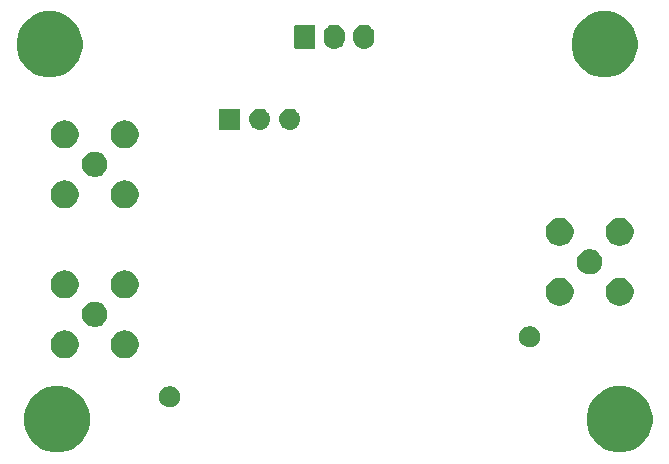
<source format=gbr>
G04 #@! TF.GenerationSoftware,KiCad,Pcbnew,(5.1.2)-2*
G04 #@! TF.CreationDate,2019-07-08T11:26:54+08:00*
G04 #@! TF.ProjectId,eval-board-ADA4817-1,6576616c-2d62-46f6-9172-642d41444134,rev?*
G04 #@! TF.SameCoordinates,Original*
G04 #@! TF.FileFunction,Soldermask,Bot*
G04 #@! TF.FilePolarity,Negative*
%FSLAX46Y46*%
G04 Gerber Fmt 4.6, Leading zero omitted, Abs format (unit mm)*
G04 Created by KiCad (PCBNEW (5.1.2)-2) date 2019-07-08 11:26:54*
%MOMM*%
%LPD*%
G04 APERTURE LIST*
%ADD10C,0.100000*%
G04 APERTURE END LIST*
D10*
G36*
X170362021Y-133196640D02*
G01*
X170871769Y-133407785D01*
X170871771Y-133407786D01*
X171330534Y-133714321D01*
X171720679Y-134104466D01*
X172027214Y-134563229D01*
X172027215Y-134563231D01*
X172238360Y-135072979D01*
X172346000Y-135614124D01*
X172346000Y-136165876D01*
X172238360Y-136707021D01*
X172027215Y-137216769D01*
X172027214Y-137216771D01*
X171720679Y-137675534D01*
X171330534Y-138065679D01*
X170871771Y-138372214D01*
X170871770Y-138372215D01*
X170871769Y-138372215D01*
X170362021Y-138583360D01*
X169820876Y-138691000D01*
X169269124Y-138691000D01*
X168727979Y-138583360D01*
X168218231Y-138372215D01*
X168218230Y-138372215D01*
X168218229Y-138372214D01*
X167759466Y-138065679D01*
X167369321Y-137675534D01*
X167062786Y-137216771D01*
X167062785Y-137216769D01*
X166851640Y-136707021D01*
X166744000Y-136165876D01*
X166744000Y-135614124D01*
X166851640Y-135072979D01*
X167062785Y-134563231D01*
X167062786Y-134563229D01*
X167369321Y-134104466D01*
X167759466Y-133714321D01*
X168218229Y-133407786D01*
X168218231Y-133407785D01*
X168727979Y-133196640D01*
X169269124Y-133089000D01*
X169820876Y-133089000D01*
X170362021Y-133196640D01*
X170362021Y-133196640D01*
G37*
G36*
X122737021Y-133196640D02*
G01*
X123246769Y-133407785D01*
X123246771Y-133407786D01*
X123705534Y-133714321D01*
X124095679Y-134104466D01*
X124402214Y-134563229D01*
X124402215Y-134563231D01*
X124613360Y-135072979D01*
X124721000Y-135614124D01*
X124721000Y-136165876D01*
X124613360Y-136707021D01*
X124402215Y-137216769D01*
X124402214Y-137216771D01*
X124095679Y-137675534D01*
X123705534Y-138065679D01*
X123246771Y-138372214D01*
X123246770Y-138372215D01*
X123246769Y-138372215D01*
X122737021Y-138583360D01*
X122195876Y-138691000D01*
X121644124Y-138691000D01*
X121102979Y-138583360D01*
X120593231Y-138372215D01*
X120593230Y-138372215D01*
X120593229Y-138372214D01*
X120134466Y-138065679D01*
X119744321Y-137675534D01*
X119437786Y-137216771D01*
X119437785Y-137216769D01*
X119226640Y-136707021D01*
X119119000Y-136165876D01*
X119119000Y-135614124D01*
X119226640Y-135072979D01*
X119437785Y-134563231D01*
X119437786Y-134563229D01*
X119744321Y-134104466D01*
X120134466Y-133714321D01*
X120593229Y-133407786D01*
X120593231Y-133407785D01*
X121102979Y-133196640D01*
X121644124Y-133089000D01*
X122195876Y-133089000D01*
X122737021Y-133196640D01*
X122737021Y-133196640D01*
G37*
G36*
X131558512Y-133088927D02*
G01*
X131707812Y-133118624D01*
X131871784Y-133186544D01*
X132019354Y-133285147D01*
X132144853Y-133410646D01*
X132243456Y-133558216D01*
X132311376Y-133722188D01*
X132346000Y-133896259D01*
X132346000Y-134073741D01*
X132311376Y-134247812D01*
X132243456Y-134411784D01*
X132144853Y-134559354D01*
X132019354Y-134684853D01*
X131871784Y-134783456D01*
X131707812Y-134851376D01*
X131558512Y-134881073D01*
X131533742Y-134886000D01*
X131356258Y-134886000D01*
X131331488Y-134881073D01*
X131182188Y-134851376D01*
X131018216Y-134783456D01*
X130870646Y-134684853D01*
X130745147Y-134559354D01*
X130646544Y-134411784D01*
X130578624Y-134247812D01*
X130544000Y-134073741D01*
X130544000Y-133896259D01*
X130578624Y-133722188D01*
X130646544Y-133558216D01*
X130745147Y-133410646D01*
X130870646Y-133285147D01*
X131018216Y-133186544D01*
X131182188Y-133118624D01*
X131331488Y-133088927D01*
X131356258Y-133084000D01*
X131533742Y-133084000D01*
X131558512Y-133088927D01*
X131558512Y-133088927D01*
G37*
G36*
X122746560Y-128379064D02*
G01*
X122898027Y-128409193D01*
X123112045Y-128497842D01*
X123112046Y-128497843D01*
X123304654Y-128626539D01*
X123468461Y-128790346D01*
X123485775Y-128816259D01*
X123597158Y-128982955D01*
X123685807Y-129196973D01*
X123731000Y-129424174D01*
X123731000Y-129655826D01*
X123685807Y-129883027D01*
X123597158Y-130097045D01*
X123597157Y-130097046D01*
X123468461Y-130289654D01*
X123304654Y-130453461D01*
X123176249Y-130539258D01*
X123112045Y-130582158D01*
X122898027Y-130670807D01*
X122746560Y-130700936D01*
X122670827Y-130716000D01*
X122439173Y-130716000D01*
X122363440Y-130700936D01*
X122211973Y-130670807D01*
X121997955Y-130582158D01*
X121933751Y-130539258D01*
X121805346Y-130453461D01*
X121641539Y-130289654D01*
X121512843Y-130097046D01*
X121512842Y-130097045D01*
X121424193Y-129883027D01*
X121379000Y-129655826D01*
X121379000Y-129424174D01*
X121424193Y-129196973D01*
X121512842Y-128982955D01*
X121624225Y-128816259D01*
X121641539Y-128790346D01*
X121805346Y-128626539D01*
X121997954Y-128497843D01*
X121997955Y-128497842D01*
X122211973Y-128409193D01*
X122363440Y-128379064D01*
X122439173Y-128364000D01*
X122670827Y-128364000D01*
X122746560Y-128379064D01*
X122746560Y-128379064D01*
G37*
G36*
X127826560Y-128379064D02*
G01*
X127978027Y-128409193D01*
X128192045Y-128497842D01*
X128192046Y-128497843D01*
X128384654Y-128626539D01*
X128548461Y-128790346D01*
X128565775Y-128816259D01*
X128677158Y-128982955D01*
X128765807Y-129196973D01*
X128811000Y-129424174D01*
X128811000Y-129655826D01*
X128765807Y-129883027D01*
X128677158Y-130097045D01*
X128677157Y-130097046D01*
X128548461Y-130289654D01*
X128384654Y-130453461D01*
X128256249Y-130539258D01*
X128192045Y-130582158D01*
X127978027Y-130670807D01*
X127826560Y-130700936D01*
X127750827Y-130716000D01*
X127519173Y-130716000D01*
X127443440Y-130700936D01*
X127291973Y-130670807D01*
X127077955Y-130582158D01*
X127013751Y-130539258D01*
X126885346Y-130453461D01*
X126721539Y-130289654D01*
X126592843Y-130097046D01*
X126592842Y-130097045D01*
X126504193Y-129883027D01*
X126459000Y-129655826D01*
X126459000Y-129424174D01*
X126504193Y-129196973D01*
X126592842Y-128982955D01*
X126704225Y-128816259D01*
X126721539Y-128790346D01*
X126885346Y-128626539D01*
X127077954Y-128497843D01*
X127077955Y-128497842D01*
X127291973Y-128409193D01*
X127443440Y-128379064D01*
X127519173Y-128364000D01*
X127750827Y-128364000D01*
X127826560Y-128379064D01*
X127826560Y-128379064D01*
G37*
G36*
X162038512Y-128008927D02*
G01*
X162187812Y-128038624D01*
X162351784Y-128106544D01*
X162499354Y-128205147D01*
X162624853Y-128330646D01*
X162723456Y-128478216D01*
X162791376Y-128642188D01*
X162826000Y-128816259D01*
X162826000Y-128993741D01*
X162791376Y-129167812D01*
X162723456Y-129331784D01*
X162624853Y-129479354D01*
X162499354Y-129604853D01*
X162351784Y-129703456D01*
X162187812Y-129771376D01*
X162038512Y-129801073D01*
X162013742Y-129806000D01*
X161836258Y-129806000D01*
X161811488Y-129801073D01*
X161662188Y-129771376D01*
X161498216Y-129703456D01*
X161350646Y-129604853D01*
X161225147Y-129479354D01*
X161126544Y-129331784D01*
X161058624Y-129167812D01*
X161024000Y-128993741D01*
X161024000Y-128816259D01*
X161058624Y-128642188D01*
X161126544Y-128478216D01*
X161225147Y-128330646D01*
X161350646Y-128205147D01*
X161498216Y-128106544D01*
X161662188Y-128038624D01*
X161811488Y-128008927D01*
X161836258Y-128004000D01*
X162013742Y-128004000D01*
X162038512Y-128008927D01*
X162038512Y-128008927D01*
G37*
G36*
X125270271Y-125937783D02*
G01*
X125408858Y-125965350D01*
X125604677Y-126046461D01*
X125780910Y-126164216D01*
X125930784Y-126314090D01*
X126048539Y-126490323D01*
X126129650Y-126686142D01*
X126171000Y-126894023D01*
X126171000Y-127105977D01*
X126129650Y-127313858D01*
X126048539Y-127509677D01*
X125930784Y-127685910D01*
X125780910Y-127835784D01*
X125604677Y-127953539D01*
X125408858Y-128034650D01*
X125270271Y-128062217D01*
X125200978Y-128076000D01*
X124989022Y-128076000D01*
X124919729Y-128062217D01*
X124781142Y-128034650D01*
X124585323Y-127953539D01*
X124409090Y-127835784D01*
X124259216Y-127685910D01*
X124141461Y-127509677D01*
X124060350Y-127313858D01*
X124019000Y-127105977D01*
X124019000Y-126894023D01*
X124060350Y-126686142D01*
X124141461Y-126490323D01*
X124259216Y-126314090D01*
X124409090Y-126164216D01*
X124585323Y-126046461D01*
X124781142Y-125965350D01*
X124919729Y-125937783D01*
X124989022Y-125924000D01*
X125200978Y-125924000D01*
X125270271Y-125937783D01*
X125270271Y-125937783D01*
G37*
G36*
X169736560Y-123934064D02*
G01*
X169888027Y-123964193D01*
X170102045Y-124052842D01*
X170102046Y-124052843D01*
X170294654Y-124181539D01*
X170458461Y-124345346D01*
X170544258Y-124473751D01*
X170587158Y-124537955D01*
X170675807Y-124751973D01*
X170721000Y-124979174D01*
X170721000Y-125210826D01*
X170675807Y-125438027D01*
X170587158Y-125652045D01*
X170587157Y-125652046D01*
X170458461Y-125844654D01*
X170294654Y-126008461D01*
X170237781Y-126046462D01*
X170102045Y-126137158D01*
X169888027Y-126225807D01*
X169736560Y-126255936D01*
X169660827Y-126271000D01*
X169429173Y-126271000D01*
X169353440Y-126255936D01*
X169201973Y-126225807D01*
X168987955Y-126137158D01*
X168852219Y-126046462D01*
X168795346Y-126008461D01*
X168631539Y-125844654D01*
X168502843Y-125652046D01*
X168502842Y-125652045D01*
X168414193Y-125438027D01*
X168369000Y-125210826D01*
X168369000Y-124979174D01*
X168414193Y-124751973D01*
X168502842Y-124537955D01*
X168545742Y-124473751D01*
X168631539Y-124345346D01*
X168795346Y-124181539D01*
X168987954Y-124052843D01*
X168987955Y-124052842D01*
X169201973Y-123964193D01*
X169353440Y-123934064D01*
X169429173Y-123919000D01*
X169660827Y-123919000D01*
X169736560Y-123934064D01*
X169736560Y-123934064D01*
G37*
G36*
X164656560Y-123934064D02*
G01*
X164808027Y-123964193D01*
X165022045Y-124052842D01*
X165022046Y-124052843D01*
X165214654Y-124181539D01*
X165378461Y-124345346D01*
X165464258Y-124473751D01*
X165507158Y-124537955D01*
X165595807Y-124751973D01*
X165641000Y-124979174D01*
X165641000Y-125210826D01*
X165595807Y-125438027D01*
X165507158Y-125652045D01*
X165507157Y-125652046D01*
X165378461Y-125844654D01*
X165214654Y-126008461D01*
X165157781Y-126046462D01*
X165022045Y-126137158D01*
X164808027Y-126225807D01*
X164656560Y-126255936D01*
X164580827Y-126271000D01*
X164349173Y-126271000D01*
X164273440Y-126255936D01*
X164121973Y-126225807D01*
X163907955Y-126137158D01*
X163772219Y-126046462D01*
X163715346Y-126008461D01*
X163551539Y-125844654D01*
X163422843Y-125652046D01*
X163422842Y-125652045D01*
X163334193Y-125438027D01*
X163289000Y-125210826D01*
X163289000Y-124979174D01*
X163334193Y-124751973D01*
X163422842Y-124537955D01*
X163465742Y-124473751D01*
X163551539Y-124345346D01*
X163715346Y-124181539D01*
X163907954Y-124052843D01*
X163907955Y-124052842D01*
X164121973Y-123964193D01*
X164273440Y-123934064D01*
X164349173Y-123919000D01*
X164580827Y-123919000D01*
X164656560Y-123934064D01*
X164656560Y-123934064D01*
G37*
G36*
X127826560Y-123299064D02*
G01*
X127978027Y-123329193D01*
X128192045Y-123417842D01*
X128192046Y-123417843D01*
X128384654Y-123546539D01*
X128548461Y-123710346D01*
X128634258Y-123838751D01*
X128677158Y-123902955D01*
X128765807Y-124116973D01*
X128811000Y-124344174D01*
X128811000Y-124575826D01*
X128765807Y-124803027D01*
X128677158Y-125017045D01*
X128677157Y-125017046D01*
X128548461Y-125209654D01*
X128384654Y-125373461D01*
X128256249Y-125459258D01*
X128192045Y-125502158D01*
X127978027Y-125590807D01*
X127826560Y-125620936D01*
X127750827Y-125636000D01*
X127519173Y-125636000D01*
X127443440Y-125620936D01*
X127291973Y-125590807D01*
X127077955Y-125502158D01*
X127013751Y-125459258D01*
X126885346Y-125373461D01*
X126721539Y-125209654D01*
X126592843Y-125017046D01*
X126592842Y-125017045D01*
X126504193Y-124803027D01*
X126459000Y-124575826D01*
X126459000Y-124344174D01*
X126504193Y-124116973D01*
X126592842Y-123902955D01*
X126635742Y-123838751D01*
X126721539Y-123710346D01*
X126885346Y-123546539D01*
X127077954Y-123417843D01*
X127077955Y-123417842D01*
X127291973Y-123329193D01*
X127443440Y-123299064D01*
X127519173Y-123284000D01*
X127750827Y-123284000D01*
X127826560Y-123299064D01*
X127826560Y-123299064D01*
G37*
G36*
X122746560Y-123299064D02*
G01*
X122898027Y-123329193D01*
X123112045Y-123417842D01*
X123112046Y-123417843D01*
X123304654Y-123546539D01*
X123468461Y-123710346D01*
X123554258Y-123838751D01*
X123597158Y-123902955D01*
X123685807Y-124116973D01*
X123731000Y-124344174D01*
X123731000Y-124575826D01*
X123685807Y-124803027D01*
X123597158Y-125017045D01*
X123597157Y-125017046D01*
X123468461Y-125209654D01*
X123304654Y-125373461D01*
X123176249Y-125459258D01*
X123112045Y-125502158D01*
X122898027Y-125590807D01*
X122746560Y-125620936D01*
X122670827Y-125636000D01*
X122439173Y-125636000D01*
X122363440Y-125620936D01*
X122211973Y-125590807D01*
X121997955Y-125502158D01*
X121933751Y-125459258D01*
X121805346Y-125373461D01*
X121641539Y-125209654D01*
X121512843Y-125017046D01*
X121512842Y-125017045D01*
X121424193Y-124803027D01*
X121379000Y-124575826D01*
X121379000Y-124344174D01*
X121424193Y-124116973D01*
X121512842Y-123902955D01*
X121555742Y-123838751D01*
X121641539Y-123710346D01*
X121805346Y-123546539D01*
X121997954Y-123417843D01*
X121997955Y-123417842D01*
X122211973Y-123329193D01*
X122363440Y-123299064D01*
X122439173Y-123284000D01*
X122670827Y-123284000D01*
X122746560Y-123299064D01*
X122746560Y-123299064D01*
G37*
G36*
X167180271Y-121492783D02*
G01*
X167318858Y-121520350D01*
X167514677Y-121601461D01*
X167690910Y-121719216D01*
X167840784Y-121869090D01*
X167958539Y-122045323D01*
X168039650Y-122241142D01*
X168081000Y-122449023D01*
X168081000Y-122660977D01*
X168039650Y-122868858D01*
X167958539Y-123064677D01*
X167840784Y-123240910D01*
X167690910Y-123390784D01*
X167514677Y-123508539D01*
X167318858Y-123589650D01*
X167180271Y-123617217D01*
X167110978Y-123631000D01*
X166899022Y-123631000D01*
X166829729Y-123617217D01*
X166691142Y-123589650D01*
X166495323Y-123508539D01*
X166319090Y-123390784D01*
X166169216Y-123240910D01*
X166051461Y-123064677D01*
X165970350Y-122868858D01*
X165929000Y-122660977D01*
X165929000Y-122449023D01*
X165970350Y-122241142D01*
X166051461Y-122045323D01*
X166169216Y-121869090D01*
X166319090Y-121719216D01*
X166495323Y-121601461D01*
X166691142Y-121520350D01*
X166829729Y-121492783D01*
X166899022Y-121479000D01*
X167110978Y-121479000D01*
X167180271Y-121492783D01*
X167180271Y-121492783D01*
G37*
G36*
X169736560Y-118854064D02*
G01*
X169888027Y-118884193D01*
X170102045Y-118972842D01*
X170102046Y-118972843D01*
X170294654Y-119101539D01*
X170458461Y-119265346D01*
X170544258Y-119393751D01*
X170587158Y-119457955D01*
X170675807Y-119671973D01*
X170721000Y-119899174D01*
X170721000Y-120130826D01*
X170675807Y-120358027D01*
X170587158Y-120572045D01*
X170587157Y-120572046D01*
X170458461Y-120764654D01*
X170294654Y-120928461D01*
X170166249Y-121014258D01*
X170102045Y-121057158D01*
X169888027Y-121145807D01*
X169736560Y-121175936D01*
X169660827Y-121191000D01*
X169429173Y-121191000D01*
X169353440Y-121175936D01*
X169201973Y-121145807D01*
X168987955Y-121057158D01*
X168923751Y-121014258D01*
X168795346Y-120928461D01*
X168631539Y-120764654D01*
X168502843Y-120572046D01*
X168502842Y-120572045D01*
X168414193Y-120358027D01*
X168369000Y-120130826D01*
X168369000Y-119899174D01*
X168414193Y-119671973D01*
X168502842Y-119457955D01*
X168545742Y-119393751D01*
X168631539Y-119265346D01*
X168795346Y-119101539D01*
X168987954Y-118972843D01*
X168987955Y-118972842D01*
X169201973Y-118884193D01*
X169353440Y-118854064D01*
X169429173Y-118839000D01*
X169660827Y-118839000D01*
X169736560Y-118854064D01*
X169736560Y-118854064D01*
G37*
G36*
X164656560Y-118854064D02*
G01*
X164808027Y-118884193D01*
X165022045Y-118972842D01*
X165022046Y-118972843D01*
X165214654Y-119101539D01*
X165378461Y-119265346D01*
X165464258Y-119393751D01*
X165507158Y-119457955D01*
X165595807Y-119671973D01*
X165641000Y-119899174D01*
X165641000Y-120130826D01*
X165595807Y-120358027D01*
X165507158Y-120572045D01*
X165507157Y-120572046D01*
X165378461Y-120764654D01*
X165214654Y-120928461D01*
X165086249Y-121014258D01*
X165022045Y-121057158D01*
X164808027Y-121145807D01*
X164656560Y-121175936D01*
X164580827Y-121191000D01*
X164349173Y-121191000D01*
X164273440Y-121175936D01*
X164121973Y-121145807D01*
X163907955Y-121057158D01*
X163843751Y-121014258D01*
X163715346Y-120928461D01*
X163551539Y-120764654D01*
X163422843Y-120572046D01*
X163422842Y-120572045D01*
X163334193Y-120358027D01*
X163289000Y-120130826D01*
X163289000Y-119899174D01*
X163334193Y-119671973D01*
X163422842Y-119457955D01*
X163465742Y-119393751D01*
X163551539Y-119265346D01*
X163715346Y-119101539D01*
X163907954Y-118972843D01*
X163907955Y-118972842D01*
X164121973Y-118884193D01*
X164273440Y-118854064D01*
X164349173Y-118839000D01*
X164580827Y-118839000D01*
X164656560Y-118854064D01*
X164656560Y-118854064D01*
G37*
G36*
X127826560Y-115679064D02*
G01*
X127978027Y-115709193D01*
X128192045Y-115797842D01*
X128192046Y-115797843D01*
X128384654Y-115926539D01*
X128548461Y-116090346D01*
X128634258Y-116218751D01*
X128677158Y-116282955D01*
X128765807Y-116496973D01*
X128811000Y-116724174D01*
X128811000Y-116955826D01*
X128765807Y-117183027D01*
X128677158Y-117397045D01*
X128677157Y-117397046D01*
X128548461Y-117589654D01*
X128384654Y-117753461D01*
X128256249Y-117839258D01*
X128192045Y-117882158D01*
X127978027Y-117970807D01*
X127826560Y-118000936D01*
X127750827Y-118016000D01*
X127519173Y-118016000D01*
X127443440Y-118000936D01*
X127291973Y-117970807D01*
X127077955Y-117882158D01*
X127013751Y-117839258D01*
X126885346Y-117753461D01*
X126721539Y-117589654D01*
X126592843Y-117397046D01*
X126592842Y-117397045D01*
X126504193Y-117183027D01*
X126459000Y-116955826D01*
X126459000Y-116724174D01*
X126504193Y-116496973D01*
X126592842Y-116282955D01*
X126635742Y-116218751D01*
X126721539Y-116090346D01*
X126885346Y-115926539D01*
X127077954Y-115797843D01*
X127077955Y-115797842D01*
X127291973Y-115709193D01*
X127443440Y-115679064D01*
X127519173Y-115664000D01*
X127750827Y-115664000D01*
X127826560Y-115679064D01*
X127826560Y-115679064D01*
G37*
G36*
X122746560Y-115679064D02*
G01*
X122898027Y-115709193D01*
X123112045Y-115797842D01*
X123112046Y-115797843D01*
X123304654Y-115926539D01*
X123468461Y-116090346D01*
X123554258Y-116218751D01*
X123597158Y-116282955D01*
X123685807Y-116496973D01*
X123731000Y-116724174D01*
X123731000Y-116955826D01*
X123685807Y-117183027D01*
X123597158Y-117397045D01*
X123597157Y-117397046D01*
X123468461Y-117589654D01*
X123304654Y-117753461D01*
X123176249Y-117839258D01*
X123112045Y-117882158D01*
X122898027Y-117970807D01*
X122746560Y-118000936D01*
X122670827Y-118016000D01*
X122439173Y-118016000D01*
X122363440Y-118000936D01*
X122211973Y-117970807D01*
X121997955Y-117882158D01*
X121933751Y-117839258D01*
X121805346Y-117753461D01*
X121641539Y-117589654D01*
X121512843Y-117397046D01*
X121512842Y-117397045D01*
X121424193Y-117183027D01*
X121379000Y-116955826D01*
X121379000Y-116724174D01*
X121424193Y-116496973D01*
X121512842Y-116282955D01*
X121555742Y-116218751D01*
X121641539Y-116090346D01*
X121805346Y-115926539D01*
X121997954Y-115797843D01*
X121997955Y-115797842D01*
X122211973Y-115709193D01*
X122363440Y-115679064D01*
X122439173Y-115664000D01*
X122670827Y-115664000D01*
X122746560Y-115679064D01*
X122746560Y-115679064D01*
G37*
G36*
X125270271Y-113237783D02*
G01*
X125408858Y-113265350D01*
X125604677Y-113346461D01*
X125780910Y-113464216D01*
X125930784Y-113614090D01*
X126048539Y-113790323D01*
X126129650Y-113986142D01*
X126171000Y-114194023D01*
X126171000Y-114405977D01*
X126129650Y-114613858D01*
X126048539Y-114809677D01*
X125930784Y-114985910D01*
X125780910Y-115135784D01*
X125604677Y-115253539D01*
X125408858Y-115334650D01*
X125270271Y-115362217D01*
X125200978Y-115376000D01*
X124989022Y-115376000D01*
X124919729Y-115362217D01*
X124781142Y-115334650D01*
X124585323Y-115253539D01*
X124409090Y-115135784D01*
X124259216Y-114985910D01*
X124141461Y-114809677D01*
X124060350Y-114613858D01*
X124019000Y-114405977D01*
X124019000Y-114194023D01*
X124060350Y-113986142D01*
X124141461Y-113790323D01*
X124259216Y-113614090D01*
X124409090Y-113464216D01*
X124585323Y-113346461D01*
X124781142Y-113265350D01*
X124919729Y-113237783D01*
X124989022Y-113224000D01*
X125200978Y-113224000D01*
X125270271Y-113237783D01*
X125270271Y-113237783D01*
G37*
G36*
X122746560Y-110599064D02*
G01*
X122898027Y-110629193D01*
X123112045Y-110717842D01*
X123112046Y-110717843D01*
X123304654Y-110846539D01*
X123468461Y-111010346D01*
X123548535Y-111130186D01*
X123597158Y-111202955D01*
X123685807Y-111416973D01*
X123731000Y-111644174D01*
X123731000Y-111875826D01*
X123685807Y-112103027D01*
X123597158Y-112317045D01*
X123597157Y-112317046D01*
X123468461Y-112509654D01*
X123304654Y-112673461D01*
X123176249Y-112759258D01*
X123112045Y-112802158D01*
X122898027Y-112890807D01*
X122746560Y-112920936D01*
X122670827Y-112936000D01*
X122439173Y-112936000D01*
X122363440Y-112920936D01*
X122211973Y-112890807D01*
X121997955Y-112802158D01*
X121933751Y-112759258D01*
X121805346Y-112673461D01*
X121641539Y-112509654D01*
X121512843Y-112317046D01*
X121512842Y-112317045D01*
X121424193Y-112103027D01*
X121379000Y-111875826D01*
X121379000Y-111644174D01*
X121424193Y-111416973D01*
X121512842Y-111202955D01*
X121561465Y-111130186D01*
X121641539Y-111010346D01*
X121805346Y-110846539D01*
X121997954Y-110717843D01*
X121997955Y-110717842D01*
X122211973Y-110629193D01*
X122363440Y-110599064D01*
X122439173Y-110584000D01*
X122670827Y-110584000D01*
X122746560Y-110599064D01*
X122746560Y-110599064D01*
G37*
G36*
X127826560Y-110599064D02*
G01*
X127978027Y-110629193D01*
X128192045Y-110717842D01*
X128192046Y-110717843D01*
X128384654Y-110846539D01*
X128548461Y-111010346D01*
X128628535Y-111130186D01*
X128677158Y-111202955D01*
X128765807Y-111416973D01*
X128811000Y-111644174D01*
X128811000Y-111875826D01*
X128765807Y-112103027D01*
X128677158Y-112317045D01*
X128677157Y-112317046D01*
X128548461Y-112509654D01*
X128384654Y-112673461D01*
X128256249Y-112759258D01*
X128192045Y-112802158D01*
X127978027Y-112890807D01*
X127826560Y-112920936D01*
X127750827Y-112936000D01*
X127519173Y-112936000D01*
X127443440Y-112920936D01*
X127291973Y-112890807D01*
X127077955Y-112802158D01*
X127013751Y-112759258D01*
X126885346Y-112673461D01*
X126721539Y-112509654D01*
X126592843Y-112317046D01*
X126592842Y-112317045D01*
X126504193Y-112103027D01*
X126459000Y-111875826D01*
X126459000Y-111644174D01*
X126504193Y-111416973D01*
X126592842Y-111202955D01*
X126641465Y-111130186D01*
X126721539Y-111010346D01*
X126885346Y-110846539D01*
X127077954Y-110717843D01*
X127077955Y-110717842D01*
X127291973Y-110629193D01*
X127443440Y-110599064D01*
X127519173Y-110584000D01*
X127750827Y-110584000D01*
X127826560Y-110599064D01*
X127826560Y-110599064D01*
G37*
G36*
X137426000Y-111391000D02*
G01*
X135624000Y-111391000D01*
X135624000Y-109589000D01*
X137426000Y-109589000D01*
X137426000Y-111391000D01*
X137426000Y-111391000D01*
G37*
G36*
X139175442Y-109595518D02*
G01*
X139241627Y-109602037D01*
X139411466Y-109653557D01*
X139567991Y-109737222D01*
X139603729Y-109766552D01*
X139705186Y-109849814D01*
X139788448Y-109951271D01*
X139817778Y-109987009D01*
X139901443Y-110143534D01*
X139952963Y-110313373D01*
X139970359Y-110490000D01*
X139952963Y-110666627D01*
X139901443Y-110836466D01*
X139817778Y-110992991D01*
X139803535Y-111010346D01*
X139705186Y-111130186D01*
X139616515Y-111202955D01*
X139567991Y-111242778D01*
X139411466Y-111326443D01*
X139241627Y-111377963D01*
X139175443Y-111384481D01*
X139109260Y-111391000D01*
X139020740Y-111391000D01*
X138954557Y-111384481D01*
X138888373Y-111377963D01*
X138718534Y-111326443D01*
X138562009Y-111242778D01*
X138513485Y-111202955D01*
X138424814Y-111130186D01*
X138326465Y-111010346D01*
X138312222Y-110992991D01*
X138228557Y-110836466D01*
X138177037Y-110666627D01*
X138159641Y-110490000D01*
X138177037Y-110313373D01*
X138228557Y-110143534D01*
X138312222Y-109987009D01*
X138341552Y-109951271D01*
X138424814Y-109849814D01*
X138526271Y-109766552D01*
X138562009Y-109737222D01*
X138718534Y-109653557D01*
X138888373Y-109602037D01*
X138954558Y-109595518D01*
X139020740Y-109589000D01*
X139109260Y-109589000D01*
X139175442Y-109595518D01*
X139175442Y-109595518D01*
G37*
G36*
X141715442Y-109595518D02*
G01*
X141781627Y-109602037D01*
X141951466Y-109653557D01*
X142107991Y-109737222D01*
X142143729Y-109766552D01*
X142245186Y-109849814D01*
X142328448Y-109951271D01*
X142357778Y-109987009D01*
X142441443Y-110143534D01*
X142492963Y-110313373D01*
X142510359Y-110490000D01*
X142492963Y-110666627D01*
X142441443Y-110836466D01*
X142357778Y-110992991D01*
X142343535Y-111010346D01*
X142245186Y-111130186D01*
X142156515Y-111202955D01*
X142107991Y-111242778D01*
X141951466Y-111326443D01*
X141781627Y-111377963D01*
X141715443Y-111384481D01*
X141649260Y-111391000D01*
X141560740Y-111391000D01*
X141494557Y-111384481D01*
X141428373Y-111377963D01*
X141258534Y-111326443D01*
X141102009Y-111242778D01*
X141053485Y-111202955D01*
X140964814Y-111130186D01*
X140866465Y-111010346D01*
X140852222Y-110992991D01*
X140768557Y-110836466D01*
X140717037Y-110666627D01*
X140699641Y-110490000D01*
X140717037Y-110313373D01*
X140768557Y-110143534D01*
X140852222Y-109987009D01*
X140881552Y-109951271D01*
X140964814Y-109849814D01*
X141066271Y-109766552D01*
X141102009Y-109737222D01*
X141258534Y-109653557D01*
X141428373Y-109602037D01*
X141494558Y-109595518D01*
X141560740Y-109589000D01*
X141649260Y-109589000D01*
X141715442Y-109595518D01*
X141715442Y-109595518D01*
G37*
G36*
X122102021Y-101446640D02*
G01*
X122611769Y-101657785D01*
X122611771Y-101657786D01*
X123070534Y-101964321D01*
X123460679Y-102354466D01*
X123767214Y-102813229D01*
X123767215Y-102813231D01*
X123978360Y-103322979D01*
X124086000Y-103864124D01*
X124086000Y-104415876D01*
X123978360Y-104957021D01*
X123767215Y-105466769D01*
X123767214Y-105466771D01*
X123460679Y-105925534D01*
X123070534Y-106315679D01*
X122611771Y-106622214D01*
X122611770Y-106622215D01*
X122611769Y-106622215D01*
X122102021Y-106833360D01*
X121560876Y-106941000D01*
X121009124Y-106941000D01*
X120467979Y-106833360D01*
X119958231Y-106622215D01*
X119958230Y-106622215D01*
X119958229Y-106622214D01*
X119499466Y-106315679D01*
X119109321Y-105925534D01*
X118802786Y-105466771D01*
X118802785Y-105466769D01*
X118591640Y-104957021D01*
X118484000Y-104415876D01*
X118484000Y-103864124D01*
X118591640Y-103322979D01*
X118802785Y-102813231D01*
X118802786Y-102813229D01*
X119109321Y-102354466D01*
X119499466Y-101964321D01*
X119958229Y-101657786D01*
X119958231Y-101657785D01*
X120467979Y-101446640D01*
X121009124Y-101339000D01*
X121560876Y-101339000D01*
X122102021Y-101446640D01*
X122102021Y-101446640D01*
G37*
G36*
X169092021Y-101446640D02*
G01*
X169601769Y-101657785D01*
X169601771Y-101657786D01*
X170060534Y-101964321D01*
X170450679Y-102354466D01*
X170757214Y-102813229D01*
X170757215Y-102813231D01*
X170968360Y-103322979D01*
X171076000Y-103864124D01*
X171076000Y-104415876D01*
X170968360Y-104957021D01*
X170757215Y-105466769D01*
X170757214Y-105466771D01*
X170450679Y-105925534D01*
X170060534Y-106315679D01*
X169601771Y-106622214D01*
X169601770Y-106622215D01*
X169601769Y-106622215D01*
X169092021Y-106833360D01*
X168550876Y-106941000D01*
X167999124Y-106941000D01*
X167457979Y-106833360D01*
X166948231Y-106622215D01*
X166948230Y-106622215D01*
X166948229Y-106622214D01*
X166489466Y-106315679D01*
X166099321Y-105925534D01*
X165792786Y-105466771D01*
X165792785Y-105466769D01*
X165581640Y-104957021D01*
X165474000Y-104415876D01*
X165474000Y-103864124D01*
X165581640Y-103322979D01*
X165792785Y-102813231D01*
X165792786Y-102813229D01*
X166099321Y-102354466D01*
X166489466Y-101964321D01*
X166948229Y-101657786D01*
X166948231Y-101657785D01*
X167457979Y-101446640D01*
X167999124Y-101339000D01*
X168550876Y-101339000D01*
X169092021Y-101446640D01*
X169092021Y-101446640D01*
G37*
G36*
X148051626Y-102492037D02*
G01*
X148221465Y-102543557D01*
X148221467Y-102543558D01*
X148377989Y-102627221D01*
X148515186Y-102739814D01*
X148598448Y-102841271D01*
X148627778Y-102877009D01*
X148711443Y-103033534D01*
X148762963Y-103203373D01*
X148776000Y-103335742D01*
X148776000Y-103674257D01*
X148762963Y-103806626D01*
X148711443Y-103976466D01*
X148627778Y-104132991D01*
X148598448Y-104168729D01*
X148515186Y-104270186D01*
X148420250Y-104348097D01*
X148377991Y-104382778D01*
X148221466Y-104466443D01*
X148051627Y-104517963D01*
X147875000Y-104535359D01*
X147698374Y-104517963D01*
X147528535Y-104466443D01*
X147372010Y-104382778D01*
X147234815Y-104270185D01*
X147122222Y-104132991D01*
X147038557Y-103976466D01*
X146987037Y-103806627D01*
X146974000Y-103674258D01*
X146974000Y-103335743D01*
X146987037Y-103203374D01*
X147038557Y-103033535D01*
X147122222Y-102877010D01*
X147122223Y-102877009D01*
X147234814Y-102739814D01*
X147336271Y-102656552D01*
X147372009Y-102627222D01*
X147528534Y-102543557D01*
X147698373Y-102492037D01*
X147875000Y-102474641D01*
X148051626Y-102492037D01*
X148051626Y-102492037D01*
G37*
G36*
X145551626Y-102492037D02*
G01*
X145721465Y-102543557D01*
X145721467Y-102543558D01*
X145877989Y-102627221D01*
X146015186Y-102739814D01*
X146098448Y-102841271D01*
X146127778Y-102877009D01*
X146211443Y-103033534D01*
X146262963Y-103203373D01*
X146276000Y-103335742D01*
X146276000Y-103674257D01*
X146262963Y-103806626D01*
X146211443Y-103976466D01*
X146127778Y-104132991D01*
X146098448Y-104168729D01*
X146015186Y-104270186D01*
X145920250Y-104348097D01*
X145877991Y-104382778D01*
X145721466Y-104466443D01*
X145551627Y-104517963D01*
X145375000Y-104535359D01*
X145198374Y-104517963D01*
X145028535Y-104466443D01*
X144872010Y-104382778D01*
X144734815Y-104270185D01*
X144622222Y-104132991D01*
X144538557Y-103976466D01*
X144487037Y-103806627D01*
X144474000Y-103674258D01*
X144474000Y-103335743D01*
X144487037Y-103203374D01*
X144538557Y-103033535D01*
X144622222Y-102877010D01*
X144622223Y-102877009D01*
X144734814Y-102739814D01*
X144836271Y-102656552D01*
X144872009Y-102627222D01*
X145028534Y-102543557D01*
X145198373Y-102492037D01*
X145375000Y-102474641D01*
X145551626Y-102492037D01*
X145551626Y-102492037D01*
G37*
G36*
X143633600Y-102482989D02*
G01*
X143666652Y-102493015D01*
X143697103Y-102509292D01*
X143723799Y-102531201D01*
X143745708Y-102557897D01*
X143761985Y-102588348D01*
X143772011Y-102621400D01*
X143776000Y-102661903D01*
X143776000Y-104348097D01*
X143772011Y-104388600D01*
X143761985Y-104421652D01*
X143745708Y-104452103D01*
X143723799Y-104478799D01*
X143697103Y-104500708D01*
X143666652Y-104516985D01*
X143633600Y-104527011D01*
X143593097Y-104531000D01*
X142156903Y-104531000D01*
X142116400Y-104527011D01*
X142083348Y-104516985D01*
X142052897Y-104500708D01*
X142026201Y-104478799D01*
X142004292Y-104452103D01*
X141988015Y-104421652D01*
X141977989Y-104388600D01*
X141974000Y-104348097D01*
X141974000Y-102661903D01*
X141977989Y-102621400D01*
X141988015Y-102588348D01*
X142004292Y-102557897D01*
X142026201Y-102531201D01*
X142052897Y-102509292D01*
X142083348Y-102493015D01*
X142116400Y-102482989D01*
X142156903Y-102479000D01*
X143593097Y-102479000D01*
X143633600Y-102482989D01*
X143633600Y-102482989D01*
G37*
M02*

</source>
